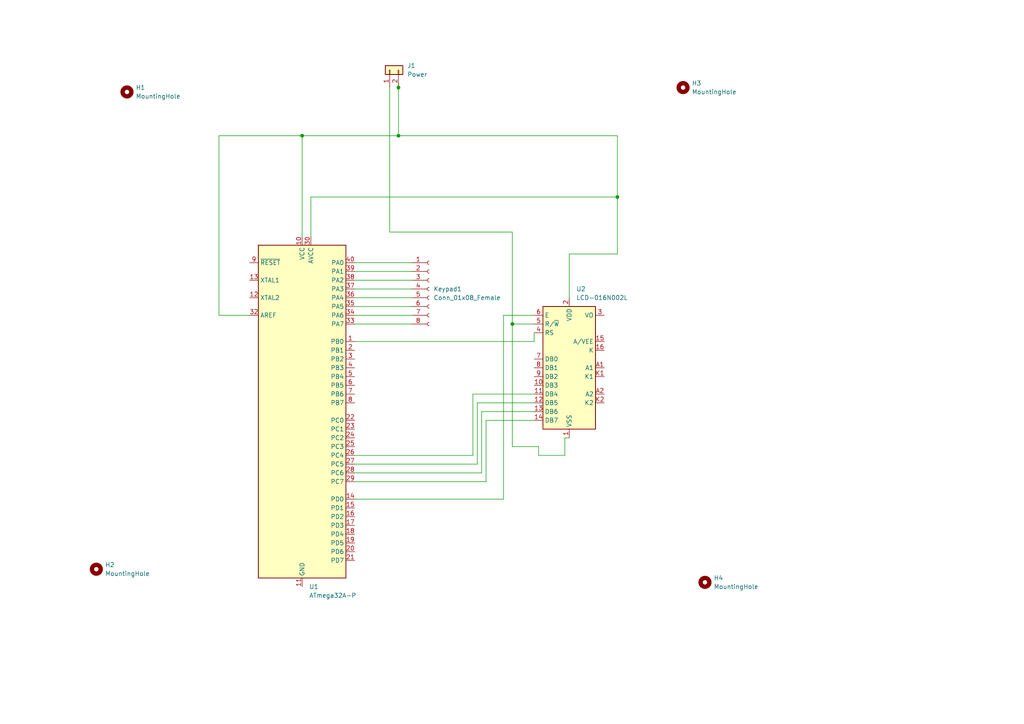
<source format=kicad_sch>
(kicad_sch (version 20211123) (generator eeschema)
  (paper "A4")
  (lib_symbols
    (symbol "Connector:Conn_01x08_Female" (pin_names (offset 1.016) hide)
      (property "Reference" "J" (at 0 10.16 0))
      (property "Value" "Conn_01x08_Female" (at 0 -12.7 0))
      (symbol "Conn_01x08_Female_1_1"
        (arc (start 0 -9.652) (mid -0.508 -10.16) (end 0 -10.668) (stroke (width 0.1524)))
        (arc (start 0 -7.112) (mid -0.508 -7.62) (end 0 -8.128) (stroke (width 0.1524)))
        (arc (start 0 -4.572) (mid -0.508 -5.08) (end 0 -5.588) (stroke (width 0.1524)))
        (arc (start 0 -2.032) (mid -0.508 -2.54) (end 0 -3.048) (stroke (width 0.1524)))
        (polyline (pts (xy -1.27 -10.16) (xy -0.508 -10.16)) (stroke (width 0.1524)))
        (polyline (pts (xy -1.27 -7.62) (xy -0.508 -7.62)) (stroke (width 0.1524)))
        (polyline (pts (xy -1.27 -5.08) (xy -0.508 -5.08)) (stroke (width 0.1524)))
        (polyline (pts (xy -1.27 -2.54) (xy -0.508 -2.54)) (stroke (width 0.1524)))
        (polyline (pts (xy -1.27 0) (xy -0.508 0)) (stroke (width 0.1524)))
        (polyline (pts (xy -1.27 2.54) (xy -0.508 2.54)) (stroke (width 0.1524)))
        (polyline (pts (xy -1.27 5.08) (xy -0.508 5.08)) (stroke (width 0.1524)))
        (polyline (pts (xy -1.27 7.62) (xy -0.508 7.62)) (stroke (width 0.1524)))
        (arc (start 0 0.508) (mid -0.508 0) (end 0 -0.508) (stroke (width 0.1524)))
        (arc (start 0 3.048) (mid -0.508 2.54) (end 0 2.032) (stroke (width 0.1524)))
        (arc (start 0 5.588) (mid -0.508 5.08) (end 0 4.572) (stroke (width 0.1524)))
        (arc (start 0 8.128) (mid -0.508 7.62) (end 0 7.112) (stroke (width 0.1524)))
        (pin passive line (at -5.08 7.62 0) (length 3.81) (name "Pin_1") (number "1"))
        (pin passive line (at -5.08 5.08 0) (length 3.81) (name "Pin_2") (number "2"))
        (pin passive line (at -5.08 2.54 0) (length 3.81) (name "Pin_3") (number "3"))
        (pin passive line (at -5.08 0 0) (length 3.81) (name "Pin_4") (number "4"))
        (pin passive line (at -5.08 -2.54 0) (length 3.81) (name "Pin_5") (number "5"))
        (pin passive line (at -5.08 -5.08 0) (length 3.81) (name "Pin_6") (number "6"))
        (pin passive line (at -5.08 -7.62 0) (length 3.81) (name "Pin_7") (number "7"))
        (pin passive line (at -5.08 -10.16 0) (length 3.81) (name "Pin_8") (number "8"))
      )
    )
    (symbol "Connector_Generic:Conn_01x02" (pin_names (offset 1.016) hide)
      (property "Reference" "J" (at 0 2.54 0))
      (property "Value" "Conn_01x02" (at 0 -5.08 0))
      (symbol "Conn_01x02_1_1"
        (rectangle (start -1.27 -2.413) (end 0 -2.667) (stroke (width 0.1524)))
        (rectangle (start -1.27 0.127) (end 0 -0.127) (stroke (width 0.1524)))
        (rectangle (start -1.27 1.27) (end 1.27 -3.81) (stroke (width 0.254)) (fill (type background)))
        (pin passive line (at -5.08 0 0) (length 3.81) (name "Pin_1") (number "1"))
        (pin passive line (at -5.08 -2.54 0) (length 3.81) (name "Pin_2") (number "2"))
      )
    )
    (symbol "Display_Character:LCD-016N002L"
      (property "Reference" "U" (at -6.35 18.796 0))
      (property "Value" "LCD-016N002L" (at 8.636 18.796 0))
      (symbol "LCD-016N002L_1_1"
        (rectangle (start -7.62 17.78) (end 7.62 -17.78) (stroke (width 0.254)) (fill (type background)))
        (pin power_in line (at 0 -20.32 90) (length 2.54) (name "VSS") (number "1"))
        (pin bidirectional line (at -10.16 -5.08 0) (length 2.54) (name "DB3") (number "10"))
        (pin bidirectional line (at -10.16 -7.62 0) (length 2.54) (name "DB4") (number "11"))
        (pin bidirectional line (at -10.16 -10.16 0) (length 2.54) (name "DB5") (number "12"))
        (pin bidirectional line (at -10.16 -12.7 0) (length 2.54) (name "DB6") (number "13"))
        (pin bidirectional line (at -10.16 -15.24 0) (length 2.54) (name "DB7") (number "14"))
        (pin power_in line (at 10.16 7.62 180) (length 2.54) (name "A/VEE") (number "15"))
        (pin power_in line (at 10.16 5.08 180) (length 2.54) (name "K") (number "16"))
        (pin power_in line (at 0 20.32 270) (length 2.54) (name "VDD") (number "2"))
        (pin input line (at 10.16 15.24 180) (length 2.54) (name "VO") (number "3"))
        (pin input line (at -10.16 10.16 0) (length 2.54) (name "RS") (number "4"))
        (pin input line (at -10.16 12.7 0) (length 2.54) (name "R/~{W}") (number "5"))
        (pin input line (at -10.16 15.24 0) (length 2.54) (name "E") (number "6"))
        (pin bidirectional line (at -10.16 2.54 0) (length 2.54) (name "DB0") (number "7"))
        (pin bidirectional line (at -10.16 0 0) (length 2.54) (name "DB1") (number "8"))
        (pin bidirectional line (at -10.16 -2.54 0) (length 2.54) (name "DB2") (number "9"))
        (pin power_in line (at 10.16 0 180) (length 2.54) (name "A1") (number "A1"))
        (pin power_in line (at 10.16 -7.62 180) (length 2.54) (name "A2") (number "A2"))
        (pin power_in line (at 10.16 -2.54 180) (length 2.54) (name "K1") (number "K1"))
        (pin power_in line (at 10.16 -10.16 180) (length 2.54) (name "K2") (number "K2"))
      )
    )
    (symbol "MCU_Microchip_ATmega:ATmega32A-P"
      (property "Reference" "U" (at -12.7 49.53 0))
      (property "Value" "ATmega32A-P" (at 2.54 -49.53 0))
      (symbol "ATmega32A-P_0_1"
        (rectangle (start -12.7 -48.26) (end 12.7 48.26) (stroke (width 0.254)) (fill (type background)))
      )
      (symbol "ATmega32A-P_1_1"
        (pin bidirectional line (at 15.24 20.32 180) (length 2.54) (name "PB0") (number "1"))
        (pin power_in line (at 0 50.8 270) (length 2.54) (name "VCC") (number "10"))
        (pin power_in line (at 0 -50.8 90) (length 2.54) (name "GND") (number "11"))
        (pin output line (at -15.24 33.02 0) (length 2.54) (name "XTAL2") (number "12"))
        (pin input line (at -15.24 38.1 0) (length 2.54) (name "XTAL1") (number "13"))
        (pin bidirectional line (at 15.24 -25.4 180) (length 2.54) (name "PD0") (number "14"))
        (pin bidirectional line (at 15.24 -27.94 180) (length 2.54) (name "PD1") (number "15"))
        (pin bidirectional line (at 15.24 -30.48 180) (length 2.54) (name "PD2") (number "16"))
        (pin bidirectional line (at 15.24 -33.02 180) (length 2.54) (name "PD3") (number "17"))
        (pin bidirectional line (at 15.24 -35.56 180) (length 2.54) (name "PD4") (number "18"))
        (pin bidirectional line (at 15.24 -38.1 180) (length 2.54) (name "PD5") (number "19"))
        (pin bidirectional line (at 15.24 17.78 180) (length 2.54) (name "PB1") (number "2"))
        (pin bidirectional line (at 15.24 -40.64 180) (length 2.54) (name "PD6") (number "20"))
        (pin bidirectional line (at 15.24 -43.18 180) (length 2.54) (name "PD7") (number "21"))
        (pin bidirectional line (at 15.24 -2.54 180) (length 2.54) (name "PC0") (number "22"))
        (pin bidirectional line (at 15.24 -5.08 180) (length 2.54) (name "PC1") (number "23"))
        (pin bidirectional line (at 15.24 -7.62 180) (length 2.54) (name "PC2") (number "24"))
        (pin bidirectional line (at 15.24 -10.16 180) (length 2.54) (name "PC3") (number "25"))
        (pin bidirectional line (at 15.24 -12.7 180) (length 2.54) (name "PC4") (number "26"))
        (pin bidirectional line (at 15.24 -15.24 180) (length 2.54) (name "PC5") (number "27"))
        (pin bidirectional line (at 15.24 -17.78 180) (length 2.54) (name "PC6") (number "28"))
        (pin bidirectional line (at 15.24 -20.32 180) (length 2.54) (name "PC7") (number "29"))
        (pin bidirectional line (at 15.24 15.24 180) (length 2.54) (name "PB2") (number "3"))
        (pin power_in line (at 2.54 50.8 270) (length 2.54) (name "AVCC") (number "30"))
        (pin passive line (at 0 -50.8 90) (length 2.54) hide (name "GND") (number "31"))
        (pin passive line (at -15.24 27.94 0) (length 2.54) (name "AREF") (number "32"))
        (pin bidirectional line (at 15.24 25.4 180) (length 2.54) (name "PA7") (number "33"))
        (pin bidirectional line (at 15.24 27.94 180) (length 2.54) (name "PA6") (number "34"))
        (pin bidirectional line (at 15.24 30.48 180) (length 2.54) (name "PA5") (number "35"))
        (pin bidirectional line (at 15.24 33.02 180) (length 2.54) (name "PA4") (number "36"))
        (pin bidirectional line (at 15.24 35.56 180) (length 2.54) (name "PA3") (number "37"))
        (pin bidirectional line (at 15.24 38.1 180) (length 2.54) (name "PA2") (number "38"))
        (pin bidirectional line (at 15.24 40.64 180) (length 2.54) (name "PA1") (number "39"))
        (pin bidirectional line (at 15.24 12.7 180) (length 2.54) (name "PB3") (number "4"))
        (pin bidirectional line (at 15.24 43.18 180) (length 2.54) (name "PA0") (number "40"))
        (pin bidirectional line (at 15.24 10.16 180) (length 2.54) (name "PB4") (number "5"))
        (pin bidirectional line (at 15.24 7.62 180) (length 2.54) (name "PB5") (number "6"))
        (pin bidirectional line (at 15.24 5.08 180) (length 2.54) (name "PB6") (number "7"))
        (pin bidirectional line (at 15.24 2.54 180) (length 2.54) (name "PB7") (number "8"))
        (pin input line (at -15.24 43.18 0) (length 2.54) (name "~{RESET}") (number "9"))
      )
    )
    (symbol "Mechanical:MountingHole" (pin_names (offset 1.016))
      (property "Reference" "H" (at 0 5.08 0))
      (property "Value" "MountingHole" (at 0 3.175 0))
      (symbol "MountingHole_0_1"
        (circle (center 0 0) (radius 1.27) (stroke (width 1.27)))
      )
    )
  )
  (junction (at 115.57 39.37))
  (junction (at 148.59 93.98))
  (junction (at 87.63 39.37))
  (junction (at 179.07 57.15))
  (junction (at 115.57 25.4))
  (wire (pts (xy 163.83 127) (xy 165.1 127)))
  (wire (pts (xy 156.21 132.08) (xy 163.83 132.08)))
  (wire (pts (xy 179.07 39.37) (xy 179.07 57.15)))
  (wire (pts (xy 139.7 119.38) (xy 154.94 119.38)))
  (wire (pts (xy 139.7 137.16) (xy 139.7 119.38)))
  (wire (pts (xy 102.87 132.08) (xy 137.16 132.08)))
  (wire (pts (xy 148.59 93.98) (xy 148.59 129.54)))
  (wire (pts (xy 115.57 24.13) (xy 115.57 25.4)))
  (wire (pts (xy 63.5 91.44) (xy 72.39 91.44)))
  (wire (pts (xy 63.5 39.37) (xy 63.5 91.44)))
  (wire (pts (xy 165.1 73.66) (xy 165.1 86.36)))
  (wire (pts (xy 137.16 114.3) (xy 154.94 114.3)))
  (wire (pts (xy 148.59 67.31) (xy 148.59 93.98)))
  (wire (pts (xy 102.87 134.62) (xy 138.43 134.62)))
  (wire (pts (xy 102.87 88.9) (xy 119.38 88.9)))
  (wire (pts (xy 138.43 116.84) (xy 138.43 134.62)))
  (wire (pts (xy 154.94 91.44) (xy 146.05 91.44)))
  (wire (pts (xy 102.87 76.2) (xy 119.38 76.2)))
  (wire (pts (xy 146.05 144.78) (xy 102.87 144.78)))
  (wire (pts (xy 87.63 39.37) (xy 87.63 68.58)))
  (wire (pts (xy 154.94 93.98) (xy 148.59 93.98)))
  (wire (pts (xy 90.17 57.15) (xy 179.07 57.15)))
  (wire (pts (xy 154.94 116.84) (xy 138.43 116.84)))
  (wire (pts (xy 156.21 129.54) (xy 156.21 132.08)))
  (wire (pts (xy 102.87 81.28) (xy 119.38 81.28)))
  (wire (pts (xy 102.87 78.74) (xy 119.38 78.74)))
  (wire (pts (xy 102.87 91.44) (xy 119.38 91.44)))
  (wire (pts (xy 63.5 39.37) (xy 87.63 39.37)))
  (wire (pts (xy 154.94 121.92) (xy 140.97 121.92)))
  (wire (pts (xy 102.87 137.16) (xy 139.7 137.16)))
  (wire (pts (xy 163.83 132.08) (xy 163.83 127)))
  (wire (pts (xy 113.03 25.4) (xy 113.03 67.31)))
  (wire (pts (xy 102.87 93.98) (xy 119.38 93.98)))
  (wire (pts (xy 148.59 129.54) (xy 156.21 129.54)))
  (wire (pts (xy 87.63 39.37) (xy 115.57 39.37)))
  (wire (pts (xy 102.87 99.06) (xy 154.94 99.06)))
  (wire (pts (xy 154.94 99.06) (xy 154.94 96.52)))
  (wire (pts (xy 146.05 91.44) (xy 146.05 144.78)))
  (wire (pts (xy 115.57 25.4) (xy 115.57 39.37)))
  (wire (pts (xy 179.07 57.15) (xy 179.07 73.66)))
  (wire (pts (xy 102.87 86.36) (xy 119.38 86.36)))
  (wire (pts (xy 113.03 67.31) (xy 148.59 67.31)))
  (wire (pts (xy 140.97 139.7) (xy 102.87 139.7)))
  (wire (pts (xy 179.07 73.66) (xy 165.1 73.66)))
  (wire (pts (xy 137.16 132.08) (xy 137.16 114.3)))
  (wire (pts (xy 90.17 68.58) (xy 90.17 57.15)))
  (wire (pts (xy 140.97 121.92) (xy 140.97 139.7)))
  (wire (pts (xy 102.87 83.82) (xy 119.38 83.82)))
  (wire (pts (xy 115.57 39.37) (xy 179.07 39.37)))
  (symbol (lib_id "Connector_Generic:Conn_01x02") (at 113.03 20.32 90) (unit 1)
    (property "Reference" "J1" (at 118.11 19.0499 90) (effects (justify right)))
    (property "Value" "Power" (at 118.11 21.5899 90) (effects (justify right)))
    (property "Footprint" "Connector_PinHeader_2.54mm:PinHeader_1x02_P2.54mm_Horizontal" (effects hide))
  )
  (symbol (lib_id "Mechanical:MountingHole") (at 198.12 25.4 0) (unit 1)
    (property "Reference" "H3" (at 200.66 24.1299 0) (effects (justify left)))
    (property "Value" "MountingHole" (at 200.66 26.6699 0) (effects (justify left)))
    (property "Footprint" "MountingHole:MountingHole_3.5mm_Pad" (effects hide))
  )
  (symbol (lib_id "Display_Character:LCD-016N002L") (at 165.1 106.68 0) (unit 1)
    (property "Reference" "U2" (at 167.1194 83.82 0) (effects (justify left)))
    (property "Value" "LCD-016N002L" (at 167.1194 86.36 0) (effects (justify left)))
    (property "Footprint" "Display:LCD-016N002L" (effects hide))
    (property "Datasheet" "http://www.vishay.com/docs/37299/37299.pdf" (effects hide))
  )
  (symbol (lib_id "Mechanical:MountingHole") (at 204.47 168.91 0) (unit 1)
    (property "Reference" "H4" (at 207.01 167.6399 0) (effects (justify left)))
    (property "Value" "MountingHole" (at 207.01 170.1799 0) (effects (justify left)))
    (property "Footprint" "MountingHole:MountingHole_3.5mm_Pad" (effects hide))
  )
  (symbol (lib_id "Connector:Conn_01x08_Female") (at 124.46 83.82 0) (unit 1)
    (property "Reference" "Keypad1" (at 125.73 83.8199 0) (effects (justify left)))
    (property "Value" "Conn_01x08_Female" (at 125.73 86.3599 0) (effects (justify left)))
    (property "Footprint" "Connector_PinSocket_1.27mm:PinSocket_1x08_P1.27mm_Vertical" (effects hide))
  )
  (symbol (lib_id "Mechanical:MountingHole") (at 27.94 165.1 0) (unit 1)
    (property "Reference" "H2" (at 30.48 163.8299 0) (effects (justify left)))
    (property "Value" "MountingHole" (at 30.48 166.3699 0) (effects (justify left)))
    (property "Footprint" "MountingHole:MountingHole_3.5mm_Pad" (effects hide))
  )
  (symbol (lib_id "MCU_Microchip_ATmega:ATmega32A-P") (at 87.63 119.38 0) (unit 1)
    (property "Reference" "U1" (at 89.6494 170.18 0) (effects (justify left)))
    (property "Value" "ATmega32A-P" (at 89.6494 172.72 0) (effects (justify left)))
    (property "Footprint" "Package_DIP:DIP-40_W15.24mm" (effects hide))
    (property "Datasheet" "http://ww1.microchip.com/downloads/en/DeviceDoc/atmel-8155-8-bit-microcontroller-avr-atmega32a_datasheet.pdf" (effects hide))
  )
  (symbol (lib_id "Mechanical:MountingHole") (at 36.83 26.67 0) (unit 1)
    (property "Reference" "H1" (at 39.37 25.3999 0) (effects (justify left)))
    (property "Value" "MountingHole" (at 39.37 27.9399 0) (effects (justify left)))
    (property "Footprint" "MountingHole:MountingHole_3.5mm_Pad" (effects hide))
  )
)
</source>
